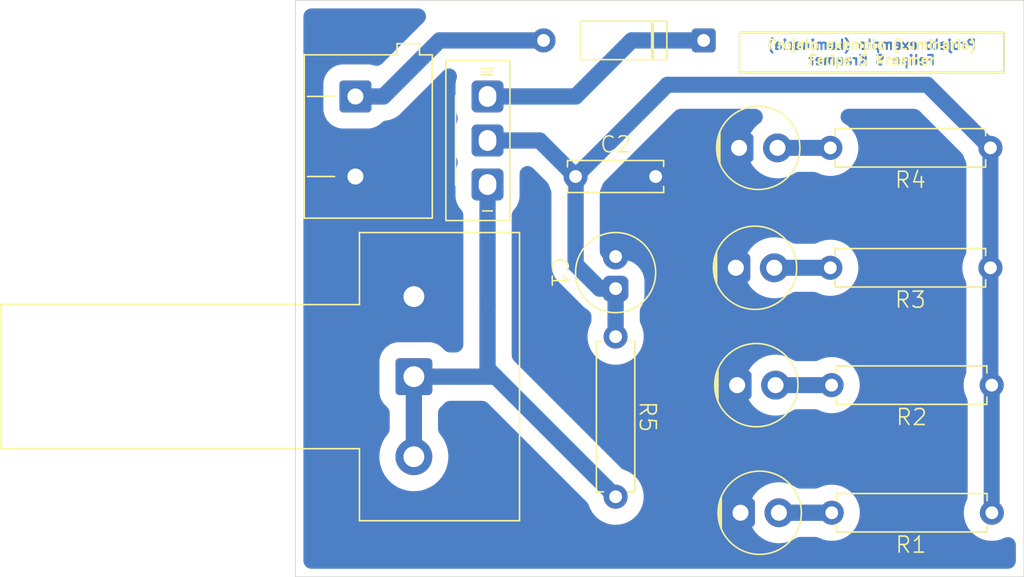
<source format=kicad_pcb>
(kicad_pcb (version 20241229) (generator "pcbnew") (generator_version "9.0")
  (title_block (title "Projeto_exemplo_ifsc_2025-1") (date "2025-05-08") (rev "Rev-1") (company "IFSC"))
  (layers (0 "F.Cu" signal) (2 "B.Cu" signal) (13 "F.Paste" user) (15 "B.Paste" user) (5 "F.SilkS" user "F.Silkscreen") (7 "B.SilkS" user "B.Silkscreen") (1 "F.Mask" user) (3 "B.Mask" user) (25 "Edge.Cuts" user))
  (net 0 "")
  (net 1 "Net-(U2-VO)")
  (net 2 "GNDREF")
  (net 3 "Net-(D1-A)")
  (net 4 "Net-(D2-A)")
  (net 5 "Net-(D3-A)")
  (net 6 "Net-(D4-A)")
  (net 7 "Net-(D5-A)")
  (net 8 "Net-(D5-K)")
  (net 9 "Net-(U2-ADJ)")
  (footprint "aaProprio:Capacitor_Ceramica_100nF" (layer "F.Cu") (at 224.9 137)
    (property "Reference" "C2" (at 0 -2 0) (layer "F.SilkS") (effects (font (thickness 0.1))))
    (property "Value" "100nF" (hide yes))
    (fp_line (start -3 -1) (end -3.011604 -0.5996) (stroke (width 0.1)) (layer "F.SilkS"))
    (fp_line (start -3 -1) (end 3 -1) (stroke (width 0.1)) (layer "F.SilkS"))
    (fp_line (start -3 1) (end -3.002681 0.630421) (stroke (width 0.1)) (layer "F.SilkS"))
    (fp_line (start 3 -1) (end 3.001992 -0.62475) (stroke (width 0.1)) (layer "F.SilkS"))
    (fp_line (start 3 1) (end -3 1) (stroke (width 0.1)) (layer "F.SilkS"))
    (fp_line (start 3.010617 1) (end 3 0.62097) (stroke (width 0.1)) (layer "F.SilkS"))
    (pad "1" thru_hole circle (at -2.5 0 180) (size 1.5 1.5) (drill 0.8) (layers "*.Cu" "*.Mask") (net 1 "Net-(U2-VO)"))
    (pad "2" thru_hole circle (at 2.5 0 180) (size 1.5 1.5) (drill 0.8) (layers "*.Cu" "*.Mask") (net 2 "GNDREF"))
  )
  (footprint "aaProprio:Led_5mm" (layer "F.Cu") (at 233.81 135.21)
    (property "Reference" "D4" (hide yes))
    (property "Value" "LED" (hide yes))
    (fp_line (start -2.5 -0.6) (end -2.5 0.6) (stroke (width 0.15)) (layer "F.SilkS"))
    (fp_line (start -2.4 -0.8) (end -2.5 -0.6) (stroke (width 0.1)) (layer "F.SilkS"))
    (fp_line (start -2.4 0.8) (end -2.5 0.6) (stroke (width 0.1)) (layer "F.SilkS"))
    (fp_line (start -2.4 1) (end -2.4 -1) (stroke (width 0.1)) (layer "F.SilkS"))
    (fp_circle (center 0 0) (end 2.6 0) (stroke (width 0.1)) (fill no) (layer "F.SilkS"))
    (pad "1" thru_hole roundrect (at -1.2 0 180) (size 1.8 1.8) (drill 1) (layers "*.Cu" "*.Mask") (roundrect_rratio 0.15) (net 2 "GNDREF"))
    (pad "2" thru_hole circle (at 1.2 0 180) (size 1.8 1.8) (drill 1) (layers "*.Cu" "*.Mask") (net 6 "Net-(D4-A)"))
  )
  (footprint "aaProprio:Regulador de Tensão LM317T - 220" (layer "F.Cu") (at 216.9 134.75 90)
    (property "Reference" "U2" (hide yes))
    (property "Value" "LM317_TO-220" (hide yes))
    (fp_line (start 2.8 -2) (end -2.8 -2) (stroke (width 0.1)) (layer "F.SilkS"))
    (fp_line (start 4.3 -0.4) (end 4.3 0.3) (stroke (width 0.1)) (layer "F.SilkS"))
    (fp_line (start 4.5 0.3) (end 4.5 -0.4) (stroke (width 0.1)) (layer "F.SilkS"))
    (fp_line (start 4.1 0.3) (end 4.1 -0.4) (stroke (width 0.1)) (layer "F.SilkS"))
    (fp_line (start -4.4 0.3) (end -4.4 -0.3) (stroke (width 0.1)) (layer "F.SilkS"))
    (fp_rect (start -5 1.4) (end 5 -2.6) (stroke (width 0.1)) (fill no) (layer "F.SilkS"))
    (pad "1" thru_hole roundrect (at -2.75 0 270) (size 2 2) (drill oval 1.3 1.1) (layers "*.Cu" "*.Mask") (roundrect_rratio 0.1666666667) (net 9 "Net-(U2-ADJ)"))
    (pad "2" thru_hole roundrect (at 0 0 270) (size 2 2) (drill oval 1.3 1.1) (layers "*.Cu" "*.Mask") (roundrect_rratio 0.1666666667) (net 1 "Net-(U2-VO)"))
    (pad "3" thru_hole roundrect (at 2.75 0 270) (size 2 2) (drill oval 1.3 1.1) (layers "*.Cu" "*.Mask") (roundrect_rratio 0.1666666667) (net 8 "Net-(D5-K)"))
  )
  (footprint "aaProprio:Led_5mm" (layer "F.Cu") (at 233.9 158)
    (property "Reference" "D1" (hide yes))
    (property "Value" "LED" (hide yes))
    (fp_line (start -2.5 -0.6) (end -2.5 0.6) (stroke (width 0.15)) (layer "F.SilkS"))
    (fp_line (start -2.4 -0.8) (end -2.5 -0.6) (stroke (width 0.1)) (layer "F.SilkS"))
    (fp_line (start -2.4 0.8) (end -2.5 0.6) (stroke (width 0.1)) (layer "F.SilkS"))
    (fp_line (start -2.4 1) (end -2.4 -1) (stroke (width 0.1)) (layer "F.SilkS"))
    (fp_circle (center 0 0) (end 2.6 0) (stroke (width 0.1)) (fill no) (layer "F.SilkS"))
    (pad "1" thru_hole roundrect (at -1.2 0 180) (size 1.8 1.8) (drill 1) (layers "*.Cu" "*.Mask") (roundrect_rratio 0.15) (net 2 "GNDREF"))
    (pad "2" thru_hole circle (at 1.2 0 180) (size 1.8 1.8) (drill 1) (layers "*.Cu" "*.Mask") (net 3 "Net-(D1-A)"))
  )
  (footprint "aaProprio:Conector KRE" (layer "F.Cu") (at 208.65 134.5 -90)
    (property "Reference" "J1" (hide yes))
    (property "Value" "Conn_01x02" (hide yes))
    (fp_line (start -5.1 3.2) (end -5.1 -2.6) (stroke (width 0.1)) (layer "F.SilkS"))
    (fp_line (start 5.1 3.2) (end -5.1 3.2) (stroke (width 0.1)) (layer "F.SilkS"))
    (fp_line (start 2.499858 1.3) (end 2.5 3) (stroke (width 0.1)) (layer "F.SilkS"))
    (fp_line (start -2.511889 1.293843) (end -2.5 3) (stroke (width 0.1)) (layer "F.SilkS"))
    (fp_line (start -5.8 -2.6) (end -5.8 -4) (stroke (width 0.1)) (layer "F.SilkS"))
    (fp_line (start -5.1 -2.6) (end -5.8 -2.6) (stroke (width 0.1)) (layer "F.SilkS"))
    (fp_line (start -5.8 -4) (end -5.1 -4) (stroke (width 0.1)) (layer "F.SilkS"))
    (fp_line (start -5.1 -4) (end -5.1 -4.8) (stroke (width 0.1)) (layer "F.SilkS"))
    (fp_line (start -5.1 -4.8) (end 5.1 -4.8) (stroke (width 0.1)) (layer "F.SilkS"))
    (fp_line (start 5.1 -4.8) (end 5.1 3.2) (stroke (width 0.1)) (layer "F.SilkS"))
    (pad "1" thru_hole roundrect (at -2.5 0 90) (size 2 2) (drill 1) (layers "*.Cu" "*.Mask") (roundrect_rratio 0.125) (net 7 "Net-(D5-A)"))
    (pad "2" thru_hole circle (at 2.5 0 90) (size 2 2) (drill 1) (layers "*.Cu" "*.Mask") (net 2 "GNDREF"))
  )
  (footprint "aaProprio:Resistor_330_1_4W" (layer "F.Cu") (at 243.4 158 180)
    (property "Reference" "R1" (at 0.05 -2 0) (layer "F.SilkS") (effects (font (thickness 0.1))))
    (property "Value" "330" (hide yes))
    (fp_line (start 4.7 1.2) (end 4.696381 0.757502) (stroke (width 0.1)) (layer "F.SilkS"))
    (fp_line (start 4.7 1.2) (end -4.7 1.2) (stroke (width 0.1)) (layer "F.SilkS"))
    (fp_line (start 4.7 -1.2) (end 4.699162 -0.746723) (stroke (width 0.1)) (layer "F.SilkS"))
    (fp_line (start -4.7 1.2) (end -4.700648 0.759221) (stroke (width 0.1)) (layer "F.SilkS"))
    (fp_line (start -4.7 -1.2) (end 4.7 -1.2) (stroke (width 0.1)) (layer "F.SilkS"))
    (fp_line (start -4.7 -1.2) (end -4.700648 -0.74402) (stroke (width 0.1)) (layer "F.SilkS"))
    (pad "1" thru_hole circle (at -5 0) (size 1.5 1.5) (drill 0.8) (layers "*.Cu" "*.Mask") (net 1 "Net-(U2-VO)"))
    (pad "2" thru_hole circle (at 5 0) (size 1.5 1.5) (drill 0.8) (layers "*.Cu" "*.Mask") (net 3 "Net-(D1-A)"))
  )
  (footprint "aaProprio:Resistor_330_1_4W" (layer "F.Cu") (at 243.31 135.21 180)
    (property "Reference" "R4" (at 0 -2 0) (layer "F.SilkS") (effects (font (thickness 0.1))))
    (property "Value" "330" (hide yes))
    (fp_line (start 4.7 1.2) (end 4.696381 0.757502) (stroke (width 0.1)) (layer "F.SilkS"))
    (fp_line (start 4.7 1.2) (end -4.7 1.2) (stroke (width 0.1)) (layer "F.SilkS"))
    (fp_line (start 4.7 -1.2) (end 4.699162 -0.746723) (stroke (width 0.1)) (layer "F.SilkS"))
    (fp_line (start -4.7 1.2) (end -4.700648 0.759221) (stroke (width 0.1)) (layer "F.SilkS"))
    (fp_line (start -4.7 -1.2) (end 4.7 -1.2) (stroke (width 0.1)) (layer "F.SilkS"))
    (fp_line (start -4.7 -1.2) (end -4.700648 -0.74402) (stroke (width 0.1)) (layer "F.SilkS"))
    (pad "1" thru_hole circle (at -5 0) (size 1.5 1.5) (drill 0.8) (layers "*.Cu" "*.Mask") (net 1 "Net-(U2-VO)"))
    (pad "2" thru_hole circle (at 5 0) (size 1.5 1.5) (drill 0.8) (layers "*.Cu" "*.Mask") (net 6 "Net-(D4-A)"))
  )
  (footprint "aaProprio:Resistor_220_1_4W" (layer "F.Cu") (at 224.9 152 -90)
    (property "Reference" "R5" (at 0 -2 270) (layer "F.SilkS") (effects (font (thickness 0.1))))
    (property "Value" "220" (hide yes))
    (fp_line (start -4.7 1.2) (end -4.700648 0.759221) (stroke (width 0.1)) (layer "F.SilkS"))
    (fp_line (start 4.7 1.2) (end -4.7 1.2) (stroke (width 0.1)) (layer "F.SilkS"))
    (fp_line (start 4.7 1.2) (end 4.696381 0.757502) (stroke (width 0.1)) (layer "F.SilkS"))
    (fp_line (start -4.7 -1.2) (end -4.700648 -0.74402) (stroke (width 0.1)) (layer "F.SilkS"))
    (fp_line (start -4.7 -1.2) (end 4.7 -1.2) (stroke (width 0.1)) (layer "F.SilkS"))
    (fp_line (start 4.7 -1.2) (end 4.699162 -0.746723) (stroke (width 0.1)) (layer "F.SilkS"))
    (pad "1" thru_hole circle (at -5 0 90) (size 1.5 1.5) (drill 0.8) (layers "*.Cu" "*.Mask") (net 1 "Net-(U2-VO)"))
    (pad "2" thru_hole circle (at 5 0 90) (size 1.5 1.5) (drill 0.8) (layers "*.Cu" "*.Mask") (net 9 "Net-(U2-ADJ)"))
  )
  (footprint "aaProprio:Led_5mm" (layer "F.Cu") (at 233.69 150.03)
    (property "Reference" "D2" (hide yes))
    (property "Value" "LED" (hide yes))
    (fp_line (start -2.5 -0.6) (end -2.5 0.6) (stroke (width 0.15)) (layer "F.SilkS"))
    (fp_line (start -2.4 -0.8) (end -2.5 -0.6) (stroke (width 0.1)) (layer "F.SilkS"))
    (fp_line (start -2.4 0.8) (end -2.5 0.6) (stroke (width 0.1)) (layer "F.SilkS"))
    (fp_line (start -2.4 1) (end -2.4 -1) (stroke (width 0.1)) (layer "F.SilkS"))
    (fp_circle (center 0 0) (end 2.6 0) (stroke (width 0.1)) (fill no) (layer "F.SilkS"))
    (pad "1" thru_hole roundrect (at -1.2 0 180) (size 1.8 1.8) (drill 1) (layers "*.Cu" "*.Mask") (roundrect_rratio 0.15) (net 2 "GNDREF"))
    (pad "2" thru_hole circle (at 1.2 0 180) (size 1.8 1.8) (drill 1) (layers "*.Cu" "*.Mask") (net 4 "Net-(D2-A)"))
  )
  (footprint "aaProprio:Potenciometro_2k" (layer "F.Cu") (at 213.9 149.5 -90)
    (property "Reference" "RV1" (hide yes))
    (property "Value" "2k" (hide yes))
    (fp_line (start -4.5 27.4) (end 4.5 27.4) (stroke (width 0.1)) (layer "F.SilkS"))
    (fp_line (start 4.5 27.4) (end 4.5 5) (stroke (width 0.1)) (layer "F.SilkS"))
    (fp_line (start -9 5) (end -4.5 5) (stroke (width 0.1)) (layer "F.SilkS"))
    (fp_line (start -4.5 5) (end -4.5 27.4) (stroke (width 0.1)) (layer "F.SilkS"))
    (fp_line (start 4.5 5) (end 9 5) (stroke (width 0.1)) (layer "F.SilkS"))
    (fp_line (start 9 5) (end 9 -5) (stroke (width 0.1)) (layer "F.SilkS"))
    (fp_line (start -9 -5) (end -9 5) (stroke (width 0.1)) (layer "F.SilkS"))
    (fp_line (start 9 -5) (end -9 -5) (stroke (width 0.1)) (layer "F.SilkS"))
    (pad "1" thru_hole circle (at -5 1.6 90) (size 2.3 2.3) (drill 1.3) (layers "*.Cu" "*.Mask") (net 2 "GNDREF"))
    (pad "2" thru_hole roundrect (at 0 1.6 90) (size 2.3 2.3) (drill 1.3) (layers "*.Cu" "*.Mask") (roundrect_rratio 0.1086956522) (net 9 "Net-(U2-ADJ)"))
    (pad "3" thru_hole circle (at 5 1.6 90) (size 2.3 2.3) (drill 1.3) (layers "*.Cu" "*.Mask") (net 9 "Net-(U2-ADJ)"))
  )
  (footprint "aaProprio:Capacitor Eletrolítico" (layer "F.Cu") (at 224.9 143 90)
    (property "Reference" "C1" (at 0 -3.5 270) (layer "F.SilkS") (effects (font (thickness 0.1))))
    (property "Value" "10µF" (hide yes))
    (fp_circle (center 0 0) (end 2.501999 0) (stroke (width 0.1)) (fill no) (layer "F.SilkS"))
    (pad "1" thru_hole roundrect (at -1 0 270) (size 1.6 1.6) (drill 0.8) (layers "*.Cu" "*.Mask") (net 1 "Net-(U2-VO)"))
    (pad "2" thru_hole circle (at 1 0 270) (size 1.6 1.6) (drill 0.8) (layers "*.Cu" "*.Mask") (net 2 "GNDREF"))
  )
  (footprint "aaProprio:Resistor_330_1_4W" (layer "F.Cu") (at 243.31 142.7 180)
    (property "Reference" "R3" (at 0 -2 0) (layer "F.SilkS") (effects (font (thickness 0.1))))
    (property "Value" "330" (hide yes))
    (fp_line (start 4.7 1.2) (end 4.696381 0.757502) (stroke (width 0.1)) (layer "F.SilkS"))
    (fp_line (start 4.7 1.2) (end -4.7 1.2) (stroke (width 0.1)) (layer "F.SilkS"))
    (fp_line (start 4.7 -1.2) (end 4.699162 -0.746723) (stroke (width 0.1)) (layer "F.SilkS"))
    (fp_line (start -4.7 1.2) (end -4.700648 0.759221) (stroke (width 0.1)) (layer "F.SilkS"))
    (fp_line (start -4.7 -1.2) (end 4.7 -1.2) (stroke (width 0.1)) (layer "F.SilkS"))
    (fp_line (start -4.7 -1.2) (end -4.700648 -0.74402) (stroke (width 0.1)) (layer "F.SilkS"))
    (pad "1" thru_hole circle (at -5 0) (size 1.5 1.5) (drill 0.8) (layers "*.Cu" "*.Mask") (net 1 "Net-(U2-VO)"))
    (pad "2" thru_hole circle (at 5 0) (size 1.5 1.5) (drill 0.8) (layers "*.Cu" "*.Mask") (net 5 "Net-(D3-A)"))
  )
  (footprint "aaProprio:Diodo_1N4007" (layer "F.Cu") (at 225.4 128.5 180)
    (property "Reference" "D5" (hide yes))
    (property "Value" "1N4007" (hide yes))
    (fp_line (start -1.8 1.1) (end -1.8 -1.1) (stroke (width 0.2)) (layer "F.SilkS"))
    (fp_rect (start -2.7 -1.2) (end 2.7 1.2) (stroke (width 0.1)) (fill no) (layer "F.SilkS"))
    (pad "1" thru_hole roundrect (at -5 0) (size 1.5 1.5) (drill 0.8) (layers "*.Cu" "*.Mask") (roundrect_rratio 0.1666666667) (net 8 "Net-(D5-K)"))
    (pad "2" thru_hole circle (at 5 0) (size 1.5 1.5) (drill 0.8) (layers "*.Cu" "*.Mask") (net 7 "Net-(D5-A)"))
  )
  (footprint "aaProprio:Led_5mm" (layer "F.Cu") (at 233.61 142.7)
    (property "Reference" "D3" (hide yes))
    (property "Value" "LED" (hide yes))
    (fp_line (start -2.5 -0.6) (end -2.5 0.6) (stroke (width 0.15)) (layer "F.SilkS"))
    (fp_line (start -2.4 -0.8) (end -2.5 -0.6) (stroke (width 0.1)) (layer "F.SilkS"))
    (fp_line (start -2.4 0.8) (end -2.5 0.6) (stroke (width 0.1)) (layer "F.SilkS"))
    (fp_line (start -2.4 1) (end -2.4 -1) (stroke (width 0.1)) (layer "F.SilkS"))
    (fp_circle (center 0 0) (end 2.6 0) (stroke (width 0.1)) (fill no) (layer "F.SilkS"))
    (pad "1" thru_hole roundrect (at -1.2 0 180) (size 1.8 1.8) (drill 1) (layers "*.Cu" "*.Mask") (roundrect_rratio 0.15) (net 2 "GNDREF"))
    (pad "2" thru_hole circle (at 1.2 0 180) (size 1.8 1.8) (drill 1) (layers "*.Cu" "*.Mask") (net 5 "Net-(D3-A)"))
  )
  (footprint "aaProprio:Resistor_330_1_4W" (layer "F.Cu") (at 243.39 150.03 180)
    (property "Reference" "R2" (at 0 -2 0) (layer "F.SilkS") (effects (font (thickness 0.1))))
    (property "Value" "330" (hide yes))
    (fp_line (start 4.7 1.2) (end 4.696381 0.757502) (stroke (width 0.1)) (layer "F.SilkS"))
    (fp_line (start 4.7 1.2) (end -4.7 1.2) (stroke (width 0.1)) (layer "F.SilkS"))
    (fp_line (start 4.7 -1.2) (end 4.699162 -0.746723) (stroke (width 0.1)) (layer "F.SilkS"))
    (fp_line (start -4.7 1.2) (end -4.700648 0.759221) (stroke (width 0.1)) (layer "F.SilkS"))
    (fp_line (start -4.7 -1.2) (end 4.7 -1.2) (stroke (width 0.1)) (layer "F.SilkS"))
    (fp_line (start -4.7 -1.2) (end -4.700648 -0.74402) (stroke (width 0.1)) (layer "F.SilkS"))
    (pad "1" thru_hole circle (at -5 0) (size 1.5 1.5) (drill 0.8) (layers "*.Cu" "*.Mask") (net 1 "Net-(U2-VO)"))
    (pad "2" thru_hole circle (at 5 0) (size 1.5 1.5) (drill 0.8) (layers "*.Cu" "*.Mask") (net 4 "Net-(D2-A)"))
  )
  (gr_rect (start 204.9 126) (end 250.4 162) (stroke (width 0.05)) (fill no) (layer "Edge.Cuts"))
  (gr_text_box "Projeto exemplo (Luminaria)\nFelipe S Kraemer" (start 232.65 128) (end 249.15 130.5) (margins 1.0025 1.0025 1.0025 1.0025) (layer "B.Cu") (effects (font (size 0.6 0.6) (thickness 0.125) (bold yes)) (justify mirror)) (border yes) (stroke (width 0.1)))
  (gr_text_box "Projeto exemplo (Luminaria)\nFelipe S Kraemer" (start 232.65 128) (end 249.15 130.5) (margins 1.0025 1.0025 1.0025 1.0025) (layer "F.SilkS") (effects (font (size 0.6 0.6) (thickness 0.125) (bold yes))) (border yes) (stroke (width 0.1)))
  (segment (start 244.37 131.27) (end 228.13 131.27) (width 1) (layer "B.Cu") (net 1))
  (segment (start 220.15 134.75) (end 216.9 134.75) (width 1.016) (layer "B.Cu") (net 1))
  (segment (start 222.4 137) (end 220.15 134.75) (width 1.016) (layer "B.Cu") (net 1))
  (segment (start 228.13 131.27) (end 222.4 137) (width 1) (layer "B.Cu") (net 1))
  (segment (start 248.39 150.03) (end 248.39 157.99) (width 1) (layer "B.Cu") (net 1))
  (segment (start 222.4 142.5) (end 222.4 137) (width 1.016) (layer "B.Cu") (net 1))
  (segment (start 224.9 144) (end 223.9 144) (width 1.016) (layer "B.Cu") (net 1))
  (segment (start 248.39 157.99) (end 248.4 158) (width 1) (layer "B.Cu") (net 1))
  (segment (start 248.31 149.95) (end 248.39 150.03) (width 1) (layer "B.Cu") (net 1))
  (segment (start 248.31 135.21) (end 244.37 131.27) (width 1) (layer "B.Cu") (net 1))
  (segment (start 223.9 144) (end 222.4 142.5) (width 1.016) (layer "B.Cu") (net 1))
  (segment (start 248.31 135.21) (end 248.31 142.7) (width 1) (layer "B.Cu") (net 1))
  (segment (start 224.9 144) (end 224.9 147) (width 1.016) (layer "B.Cu") (net 1))
  (segment (start 248.31 142.7) (end 248.31 149.95) (width 1) (layer "B.Cu") (net 1))
  (segment (start 235.1 158) (end 238.4 158) (width 1.016) (layer "B.Cu") (net 3))
  (segment (start 238.39 150.03) (end 234.89 150.03) (width 1) (layer "B.Cu") (net 4))
  (segment (start 234.81 142.7) (end 238.31 142.7) (width 1) (layer "B.Cu") (net 5))
  (segment (start 238.31 135.21) (end 235.01 135.21) (width 1) (layer "B.Cu") (net 6))
  (segment (start 210.4 132) (end 208.65 132) (width 1.016) (layer "B.Cu") (net 7))
  (segment (start 213.9 128.5) (end 210.4 132) (width 1.016) (layer "B.Cu") (net 7))
  (segment (start 213.9 128.5) (end 220.4 128.5) (width 1.016) (layer "B.Cu") (net 7))
  (segment (start 225.9 128.5) (end 230.4 128.5) (width 1.016) (layer "B.Cu") (net 8))
  (segment (start 222.4 132) (end 216.9 132) (width 1.016) (layer "B.Cu") (net 8))
  (segment (start 225.9 128.5) (end 222.4 132) (width 1.016) (layer "B.Cu") (net 8))
  (segment (start 216.9 145) (end 216.9 137.5) (width 1.016) (layer "B.Cu") (net 9))
  (segment (start 216.9 149) (end 216.9 145) (width 1.016) (layer "B.Cu") (net 9))
  (segment (start 217.4 149.5) (end 216.9 149) (width 1.016) (layer "B.Cu") (net 9))
  (segment (start 212.3 149.5) (end 217.4 149.5) (width 1.016) (layer "B.Cu") (net 9))
  (segment (start 212.3 149.5) (end 212.3 154.5) (width 1.016) (layer "B.Cu") (net 9))
  (segment (start 217.4 149.5) (end 224.9 157) (width 1.016) (layer "B.Cu") (net 9))
  (zone (net 2) (net_name "GNDREF") (layer "B.Cu") (connect_pads yes (clearance 1)) (min_thickness 1) (fill yes (thermal_gap 1) (thermal_bridge_width 1))
    (polygon (pts (xy 250.15 161.75) (xy 250.15 126.25) (xy 205.15 126.25) (xy 205.15 161.75)))
  )
)
</source>
